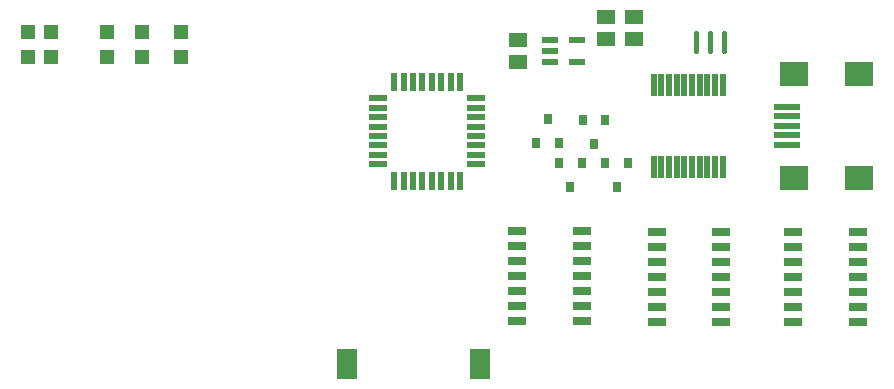
<source format=gbr>
G04 EAGLE Gerber RS-274X export*
G75*
%MOMM*%
%FSLAX34Y34*%
%LPD*%
%INSolderpaste Top*%
%IPPOS*%
%AMOC8*
5,1,8,0,0,1.08239X$1,22.5*%
G01*
%ADD10R,1.500000X1.300000*%
%ADD11R,2.400000X2.000000*%
%ADD12R,2.308000X0.500000*%
%ADD13R,1.525000X0.650000*%
%ADD14R,1.200000X1.200000*%
%ADD15R,0.787400X0.889000*%
%ADD16R,1.390000X0.580000*%
%ADD17R,0.480000X1.900000*%
%ADD18R,1.600000X0.550000*%
%ADD19R,0.550000X1.600000*%
%ADD20R,1.803400X2.590800*%
%ADD21C,0.450000*%


D10*
X542600Y594100D03*
X542600Y613100D03*
X518700Y594200D03*
X518700Y613200D03*
X444500Y574700D03*
X444500Y593700D03*
D11*
X677800Y476700D03*
D12*
X672160Y504700D03*
X672160Y512700D03*
X672160Y520700D03*
X672160Y528700D03*
X672160Y536700D03*
D11*
X732800Y476700D03*
X677800Y564700D03*
X732800Y564700D03*
D13*
X677380Y430500D03*
X677380Y417800D03*
X677380Y405100D03*
X677380Y392400D03*
X677380Y379700D03*
X677380Y367000D03*
X677380Y354300D03*
X731620Y354300D03*
X731620Y367000D03*
X731620Y379700D03*
X731620Y392400D03*
X731620Y405100D03*
X731620Y417800D03*
X731620Y430500D03*
X562080Y430500D03*
X562080Y417800D03*
X562080Y405100D03*
X562080Y392400D03*
X562080Y379700D03*
X562080Y367000D03*
X562080Y354300D03*
X616320Y354300D03*
X616320Y367000D03*
X616320Y379700D03*
X616320Y392400D03*
X616320Y405100D03*
X616320Y417800D03*
X616320Y430500D03*
X443680Y431500D03*
X443680Y418800D03*
X443680Y406100D03*
X443680Y393400D03*
X443680Y380700D03*
X443680Y368000D03*
X443680Y355300D03*
X497920Y355300D03*
X497920Y368000D03*
X497920Y380700D03*
X497920Y393400D03*
X497920Y406100D03*
X497920Y418800D03*
X497920Y431500D03*
D14*
X29600Y600200D03*
X29600Y579200D03*
X48800Y599700D03*
X48800Y578700D03*
X96000Y599700D03*
X96000Y578700D03*
X126200Y599700D03*
X126200Y578700D03*
X158400Y599700D03*
X158400Y578700D03*
D15*
X537306Y489260D03*
X518002Y489260D03*
X527654Y468940D03*
X497906Y489460D03*
X478602Y489460D03*
X488254Y469140D03*
X459694Y505940D03*
X478998Y505940D03*
X469346Y526260D03*
X518106Y525460D03*
X498802Y525460D03*
X508454Y505140D03*
D16*
X470950Y593700D03*
X470950Y584200D03*
X470950Y574700D03*
X494250Y574700D03*
X494250Y593700D03*
D17*
X617450Y555550D03*
X610950Y555550D03*
X604450Y555550D03*
X597950Y555550D03*
X591450Y555550D03*
X584950Y555550D03*
X578450Y555550D03*
X571950Y555550D03*
X565450Y555550D03*
X558950Y555550D03*
X558950Y485450D03*
X565450Y485450D03*
X571950Y485450D03*
X578450Y485450D03*
X584950Y485450D03*
X591450Y485450D03*
X597950Y485450D03*
X604450Y485450D03*
X610950Y485450D03*
X617450Y485450D03*
D18*
X409000Y488000D03*
X409000Y496000D03*
X409000Y504000D03*
X409000Y512000D03*
X409000Y520000D03*
X409000Y528000D03*
X409000Y536000D03*
X409000Y544000D03*
D19*
X395200Y557800D03*
X387200Y557800D03*
X379200Y557800D03*
X371200Y557800D03*
X363200Y557800D03*
X355200Y557800D03*
X347200Y557800D03*
X339200Y557800D03*
D18*
X325400Y544000D03*
X325400Y536000D03*
X325400Y528000D03*
X325400Y520000D03*
X325400Y512000D03*
X325400Y504000D03*
X325400Y496000D03*
X325400Y488000D03*
D19*
X339200Y474200D03*
X347200Y474200D03*
X355200Y474200D03*
X363200Y474200D03*
X371200Y474200D03*
X379200Y474200D03*
X387200Y474200D03*
X395200Y474200D03*
D20*
X299593Y318643D03*
X411607Y318643D03*
D21*
X618900Y584425D02*
X618900Y598975D01*
X606900Y598975D02*
X606900Y584425D01*
X594900Y584425D02*
X594900Y598975D01*
M02*

</source>
